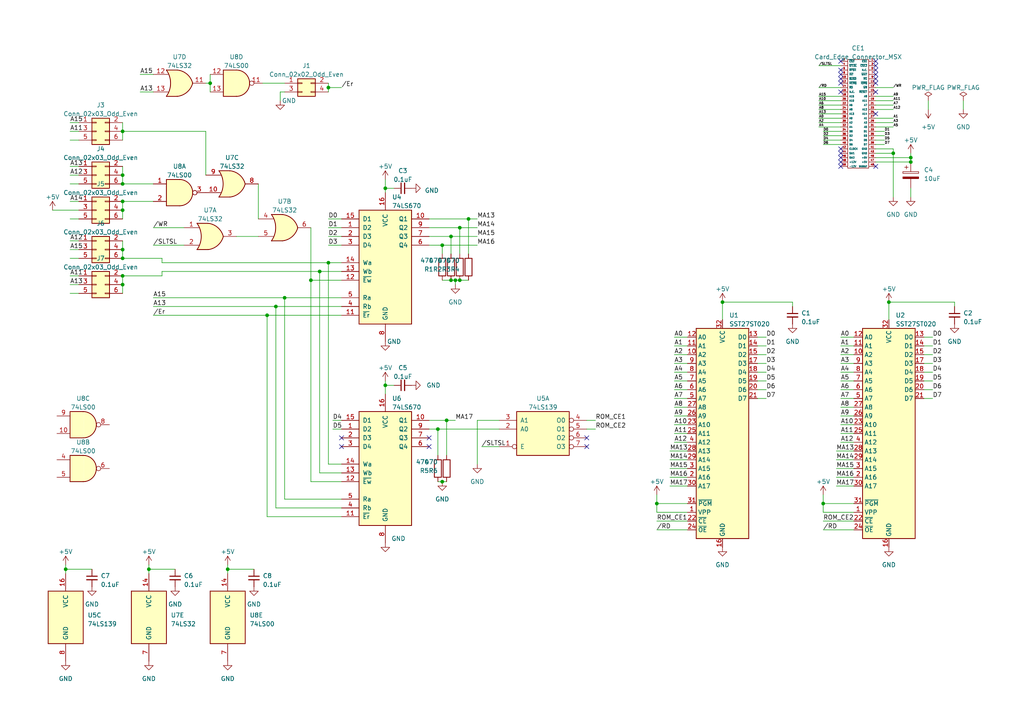
<source format=kicad_sch>
(kicad_sch (version 20230121) (generator eeschema)
  (paper "A4")
  (title_block (title "4M Mega Rom Card (ASCII 8k / Konami 8k type)") (date "2023-04-12") (rev "1.5") (company "SEC") (comment 1 "Designed by supers02 착한영구"))
  (lib_symbols
    (symbol "74xx:74LS00" (pin_names (offset 1.016))
      (property "Reference" "U" (at 0 1.27 0))
      (property "Value" "74LS00" (at 0 -1.27 0))
      (symbol "74LS00_1_1"
        (pin input line (at -7.62 2.54 0) (length 3.81) (name "~") (number "1"))
        (pin input line (at -7.62 -2.54 0) (length 3.81) (name "~") (number "2"))
        (pin output inverted (at 7.62 0 180) (length 3.81) (name "~") (number "3"))
      )
      (symbol "74LS00_1_2"
        (pin input inverted (at -7.62 2.54 0) (length 4.318) (name "~") (number "1"))
        (pin input inverted (at -7.62 -2.54 0) (length 4.318) (name "~") (number "2"))
        (pin output line (at 7.62 0 180) (length 3.81) (name "~") (number "3"))
      )
      (symbol "74LS00_2_1"
        (pin input line (at -7.62 2.54 0) (length 3.81) (name "~") (number "4"))
        (pin input line (at -7.62 -2.54 0) (length 3.81) (name "~") (number "5"))
        (pin output inverted (at 7.62 0 180) (length 3.81) (name "~") (number "6"))
      )
      (symbol "74LS00_2_2"
        (pin input inverted (at -7.62 2.54 0) (length 4.318) (name "~") (number "4"))
        (pin input inverted (at -7.62 -2.54 0) (length 4.318) (name "~") (number "5"))
        (pin output line (at 7.62 0 180) (length 3.81) (name "~") (number "6"))
      )
      (symbol "74LS00_3_1"
        (pin input line (at -7.62 -2.54 0) (length 3.81) (name "~") (number "10"))
        (pin output inverted (at 7.62 0 180) (length 3.81) (name "~") (number "8"))
        (pin input line (at -7.62 2.54 0) (length 3.81) (name "~") (number "9"))
      )
      (symbol "74LS00_3_2"
        (pin input inverted (at -7.62 -2.54 0) (length 4.318) (name "~") (number "10"))
        (pin output line (at 7.62 0 180) (length 3.81) (name "~") (number "8"))
        (pin input inverted (at -7.62 2.54 0) (length 4.318) (name "~") (number "9"))
      )
      (symbol "74LS00_4_1"
        (pin output inverted (at 7.62 0 180) (length 3.81) (name "~") (number "11"))
        (pin input line (at -7.62 2.54 0) (length 3.81) (name "~") (number "12"))
        (pin input line (at -7.62 -2.54 0) (length 3.81) (name "~") (number "13"))
      )
      (symbol "74LS00_4_2"
        (pin output line (at 7.62 0 180) (length 3.81) (name "~") (number "11"))
        (pin input inverted (at -7.62 2.54 0) (length 4.318) (name "~") (number "12"))
        (pin input inverted (at -7.62 -2.54 0) (length 4.318) (name "~") (number "13"))
      )
      (symbol "74LS00_5_0"
        (pin power_in line (at 0 12.7 270) (length 5.08) (name "VCC") (number "14"))
        (pin power_in line (at 0 -12.7 90) (length 5.08) (name "GND") (number "7"))
      )
    )
    (symbol "74xx:74LS139" (pin_names (offset 1.016))
      (property "Reference" "U" (at -7.62 8.89 0))
      (property "Value" "74LS139" (at -7.62 -8.89 0))
      (symbol "74LS139_1_0"
        (pin input inverted (at -12.7 -5.08 0) (length 5.08) (name "E") (number "1"))
        (pin input line (at -12.7 0 0) (length 5.08) (name "A0") (number "2"))
        (pin input line (at -12.7 2.54 0) (length 5.08) (name "A1") (number "3"))
        (pin output inverted (at 12.7 2.54 180) (length 5.08) (name "O0") (number "4"))
        (pin output inverted (at 12.7 0 180) (length 5.08) (name "O1") (number "5"))
        (pin output inverted (at 12.7 -2.54 180) (length 5.08) (name "O2") (number "6"))
        (pin output inverted (at 12.7 -5.08 180) (length 5.08) (name "O3") (number "7"))
      )
      (symbol "74LS139_2_0"
        (pin output inverted (at 12.7 -2.54 180) (length 5.08) (name "O2") (number "10"))
        (pin output inverted (at 12.7 0 180) (length 5.08) (name "O1") (number "11"))
        (pin output inverted (at 12.7 2.54 180) (length 5.08) (name "O0") (number "12"))
        (pin input line (at -12.7 2.54 0) (length 5.08) (name "A1") (number "13"))
        (pin input line (at -12.7 0 0) (length 5.08) (name "A0") (number "14"))
        (pin input inverted (at -12.7 -5.08 0) (length 5.08) (name "E") (number "15"))
        (pin output inverted (at 12.7 -5.08 180) (length 5.08) (name "O3") (number "9"))
      )
      (symbol "74LS139_3_0"
        (pin power_in line (at 0 12.7 270) (length 5.08) (name "VCC") (number "16"))
        (pin power_in line (at 0 -12.7 90) (length 5.08) (name "GND") (number "8"))
      )
    )
    (symbol "74xx:74LS32" (pin_names (offset 1.016))
      (property "Reference" "U" (at 0 1.27 0))
      (property "Value" "74LS32" (at 0 -1.27 0))
      (symbol "74LS32_1_1"
        (pin input line (at -7.62 2.54 0) (length 4.318) (name "~") (number "1"))
        (pin input line (at -7.62 -2.54 0) (length 4.318) (name "~") (number "2"))
        (pin output line (at 7.62 0 180) (length 3.81) (name "~") (number "3"))
      )
      (symbol "74LS32_1_2"
        (pin input inverted (at -7.62 2.54 0) (length 3.81) (name "~") (number "1"))
        (pin input inverted (at -7.62 -2.54 0) (length 3.81) (name "~") (number "2"))
        (pin output inverted (at 7.62 0 180) (length 3.81) (name "~") (number "3"))
      )
      (symbol "74LS32_2_1"
        (pin input line (at -7.62 2.54 0) (length 4.318) (name "~") (number "4"))
        (pin input line (at -7.62 -2.54 0) (length 4.318) (name "~") (number "5"))
        (pin output line (at 7.62 0 180) (length 3.81) (name "~") (number "6"))
      )
      (symbol "74LS32_2_2"
        (pin input inverted (at -7.62 2.54 0) (length 3.81) (name "~") (number "4"))
        (pin input inverted (at -7.62 -2.54 0) (length 3.81) (name "~") (number "5"))
        (pin output inverted (at 7.62 0 180) (length 3.81) (name "~") (number "6"))
      )
      (symbol "74LS32_3_1"
        (pin input line (at -7.62 -2.54 0) (length 4.318) (name "~") (number "10"))
        (pin output line (at 7.62 0 180) (length 3.81) (name "~") (number "8"))
        (pin input line (at -7.62 2.54 0) (length 4.318) (name "~") (number "9"))
      )
      (symbol "74LS32_3_2"
        (pin input inverted (at -7.62 -2.54 0) (length 3.81) (name "~") (number "10"))
        (pin output inverted (at 7.62 0 180) (length 3.81) (name "~") (number "8"))
        (pin input inverted (at -7.62 2.54 0) (length 3.81) (name "~") (number "9"))
      )
      (symbol "74LS32_4_1"
        (pin output line (at 7.62 0 180) (length 3.81) (name "~") (number "11"))
        (pin input line (at -7.62 2.54 0) (length 4.318) (name "~") (number "12"))
        (pin input line (at -7.62 -2.54 0) (length 4.318) (name "~") (number "13"))
      )
      (symbol "74LS32_4_2"
        (pin output inverted (at 7.62 0 180) (length 3.81) (name "~") (number "11"))
        (pin input inverted (at -7.62 2.54 0) (length 3.81) (name "~") (number "12"))
        (pin input inverted (at -7.62 -2.54 0) (length 3.81) (name "~") (number "13"))
      )
      (symbol "74LS32_5_0"
        (pin power_in line (at 0 12.7 270) (length 5.08) (name "VCC") (number "14"))
        (pin power_in line (at 0 -12.7 90) (length 5.08) (name "GND") (number "7"))
      )
    )
    (symbol "74xx:74LS670" (pin_names (offset 1.016))
      (property "Reference" "U" (at -7.62 16.51 0))
      (property "Value" "74LS670" (at -7.62 -19.05 0))
      (symbol "74LS670_1_0"
        (pin input line (at -12.7 10.16 0) (length 5.08) (name "D2") (number "1"))
        (pin tri_state line (at 12.7 12.7 180) (length 5.08) (name "Q1") (number "10"))
        (pin input line (at -12.7 -15.24 0) (length 5.08) (name "~{Er}") (number "11"))
        (pin input line (at -12.7 -5.08 0) (length 5.08) (name "~{Ew}") (number "12"))
        (pin input line (at -12.7 -2.54 0) (length 5.08) (name "Wb") (number "13"))
        (pin input line (at -12.7 0 0) (length 5.08) (name "Wa") (number "14"))
        (pin input line (at -12.7 12.7 0) (length 5.08) (name "D1") (number "15"))
        (pin power_in line (at 0 20.32 270) (length 5.08) (name "VCC") (number "16"))
        (pin input line (at -12.7 7.62 0) (length 5.08) (name "D3") (number "2"))
        (pin input line (at -12.7 5.08 0) (length 5.08) (name "D4") (number "3"))
        (pin input line (at -12.7 -12.7 0) (length 5.08) (name "Rb") (number "4"))
        (pin input line (at -12.7 -10.16 0) (length 5.08) (name "Ra") (number "5"))
        (pin tri_state line (at 12.7 5.08 180) (length 5.08) (name "Q4") (number "6"))
        (pin tri_state line (at 12.7 7.62 180) (length 5.08) (name "Q3") (number "7"))
        (pin power_in line (at 0 -22.86 90) (length 5.08) (name "GND") (number "8"))
        (pin tri_state line (at 12.7 10.16 180) (length 5.08) (name "Q2") (number "9"))
      )
    )
    (symbol "Connector_Generic:Conn_02x02_Odd_Even" (pin_names (offset 1.016) hide)
      (property "Reference" "J" (at 1.27 2.54 0))
      (property "Value" "Conn_02x02_Odd_Even" (at 1.27 -5.08 0))
      (symbol "Conn_02x02_Odd_Even_1_1"
        (pin passive line (at -5.08 0 0) (length 3.81) (name "Pin_1") (number "1"))
        (pin passive line (at 7.62 0 180) (length 3.81) (name "Pin_2") (number "2"))
        (pin passive line (at -5.08 -2.54 0) (length 3.81) (name "Pin_3") (number "3"))
        (pin passive line (at 7.62 -2.54 180) (length 3.81) (name "Pin_4") (number "4"))
      )
    )
    (symbol "Connector_Generic:Conn_02x03_Odd_Even" (pin_names (offset 1.016) hide)
      (property "Reference" "J" (at 1.27 5.08 0))
      (property "Value" "Conn_02x03_Odd_Even" (at 1.27 -5.08 0))
      (symbol "Conn_02x03_Odd_Even_1_1"
        (pin passive line (at -5.08 2.54 0) (length 3.81) (name "Pin_1") (number "1"))
        (pin passive line (at 7.62 2.54 180) (length 3.81) (name "Pin_2") (number "2"))
        (pin passive line (at -5.08 0 0) (length 3.81) (name "Pin_3") (number "3"))
        (pin passive line (at 7.62 0 180) (length 3.81) (name "Pin_4") (number "4"))
        (pin passive line (at -5.08 -2.54 0) (length 3.81) (name "Pin_5") (number "5"))
        (pin passive line (at 7.62 -2.54 180) (length 3.81) (name "Pin_6") (number "6"))
      )
    )
    (symbol "Device:C_Polarized" (pin_numbers hide) (pin_names (offset 0.254))
      (property "Reference" "C" (at 0.635 2.54 0))
      (property "Value" "C_Polarized" (at 0.635 -2.54 0))
      (symbol "C_Polarized_1_1"
        (pin passive line (at 0 3.81 270) (length 2.794) (name "~") (number "1"))
        (pin passive line (at 0 -3.81 90) (length 2.794) (name "~") (number "2"))
      )
    )
    (symbol "Device:C_Small" (pin_numbers hide) (pin_names (offset 0.254) hide)
      (property "Reference" "C" (at 0.254 1.778 0))
      (property "Value" "C_Small" (at 0.254 -2.032 0))
      (symbol "C_Small_1_1"
        (pin passive line (at 0 2.54 270) (length 2.032) (name "~") (number "1"))
        (pin passive line (at 0 -2.54 90) (length 2.032) (name "~") (number "2"))
      )
    )
    (symbol "Device:R" (pin_numbers hide) (pin_names (offset 0))
      (property "Reference" "R" (at 2.032 0 90))
      (property "Value" "R" (at 0 0 90))
      (symbol "R_1_1"
        (pin passive line (at 0 3.81 270) (length 1.27) (name "~") (number "1"))
        (pin passive line (at 0 -3.81 90) (length 1.27) (name "~") (number "2"))
      )
    )
    (symbol "Memory_Flash_Custom:SST27ST020"
      (property "Reference" "U" (at -7.62 31.75 0))
      (property "Value" "SST27ST020" (at 2.54 -31.75 0))
      (symbol "SST27ST020_1_1"
        (pin input line (at -10.16 -22.86 0) (length 2.54) (name "VPP") (number "1"))
        (pin input line (at -10.16 22.86 0) (length 2.54) (name "A2") (number "10"))
        (pin input line (at -10.16 25.4 0) (length 2.54) (name "A1") (number "11"))
        (pin input line (at -10.16 27.94 0) (length 2.54) (name "A0") (number "12"))
        (pin tri_state line (at 10.16 27.94 180) (length 2.54) (name "D0") (number "13"))
        (pin tri_state line (at 10.16 25.4 180) (length 2.54) (name "D1") (number "14"))
        (pin tri_state line (at 10.16 22.86 180) (length 2.54) (name "D2") (number "15"))
        (pin power_in line (at 0 -33.02 90) (length 2.54) (name "GND") (number "16"))
        (pin tri_state line (at 10.16 20.32 180) (length 2.54) (name "D3") (number "17"))
        (pin tri_state line (at 10.16 17.78 180) (length 2.54) (name "D4") (number "18"))
        (pin tri_state line (at 10.16 15.24 180) (length 2.54) (name "D5") (number "19"))
        (pin input line (at -10.16 -12.7 0) (length 2.54) (name "A16") (number "2"))
        (pin tri_state line (at 10.16 12.7 180) (length 2.54) (name "D6") (number "20"))
        (pin tri_state line (at 10.16 10.16 180) (length 2.54) (name "D7") (number "21"))
        (pin input line (at -10.16 -25.4 0) (length 2.54) (name "~{CE}") (number "22"))
        (pin input line (at -10.16 2.54 0) (length 2.54) (name "A10") (number "23"))
        (pin input line (at -10.16 -27.94 0) (length 2.54) (name "~{OE}") (number "24"))
        (pin input line (at -10.16 0 0) (length 2.54) (name "A11") (number "25"))
        (pin input line (at -10.16 5.08 0) (length 2.54) (name "A9") (number "26"))
        (pin input line (at -10.16 7.62 0) (length 2.54) (name "A8") (number "27"))
        (pin input line (at -10.16 -5.08 0) (length 2.54) (name "A13") (number "28"))
        (pin input line (at -10.16 -7.62 0) (length 2.54) (name "A14") (number "29"))
        (pin input line (at -10.16 -10.16 0) (length 2.54) (name "A15") (number "3"))
        (pin input line (at -10.16 -15.24 0) (length 2.54) (name "A17") (number "30"))
        (pin input line (at -10.16 -20.32 0) (length 2.54) (name "~{PGM}") (number "31"))
        (pin power_in line (at 0 33.02 270) (length 2.54) (name "VCC") (number "32"))
        (pin input line (at -10.16 -2.54 0) (length 2.54) (name "A12") (number "4"))
        (pin input line (at -10.16 10.16 0) (length 2.54) (name "A7") (number "5"))
        (pin input line (at -10.16 12.7 0) (length 2.54) (name "A6") (number "6"))
        (pin input line (at -10.16 15.24 0) (length 2.54) (name "A5") (number "7"))
        (pin input line (at -10.16 17.78 0) (length 2.54) (name "A4") (number "8"))
        (pin input line (at -10.16 20.32 0) (length 2.54) (name "A3") (number "9"))
      )
    )
    (symbol "card_edge_connector_msx:Card_Edge_Connector_MSX" (pin_names (offset 0.381))
      (property "Reference" "CE" (at 0 20.32 0))
      (property "Value" "Card_Edge_Connector_MSX" (at 0 -15.24 0))
      (symbol "Card_Edge_Connector_MSX_1_1"
        (pin unspecified line (at 5.08 17.78 180) (length 2.0066) (name "~{CS1}") (number "1"))
        (pin unspecified line (at -5.08 12.7 0) (length 2.0066) (name "~{BUSD}") (number "10"))
        (pin input line (at 5.08 11.43 180) (length 2.0066) (name "~{IORQ}") (number "11"))
        (pin unspecified line (at -5.08 11.43 0) (length 2.0066) (name "~{MERQ}") (number "12"))
        (pin output line (at 5.08 10.16 180) (length 2.0066) (name "~{WR}") (number "13"))
        (pin output line (at -5.08 10.16 0) (length 2.0066) (name "~{RD}") (number "14"))
        (pin input line (at 5.08 8.89 180) (length 2.0066) (name "~{RESET}") (number "15"))
        (pin unspecified line (at -5.08 8.89 0) (length 2.0066) (name "N.C.") (number "16"))
        (pin output line (at 5.08 7.62 180) (length 2.0066) (name "A9") (number "17"))
        (pin output line (at -5.08 7.62 0) (length 2.0066) (name "A15") (number "18"))
        (pin output line (at 5.08 6.35 180) (length 2.0066) (name "A11") (number "19"))
        (pin unspecified line (at -5.08 17.78 0) (length 2.0066) (name "~{CS2}") (number "2"))
        (pin output line (at -5.08 6.35 0) (length 2.0066) (name "A10") (number "20"))
        (pin output line (at 5.08 5.08 180) (length 2.0066) (name "A7") (number "21"))
        (pin output line (at -5.08 5.08 0) (length 2.0066) (name "A6") (number "22"))
        (pin output line (at 5.08 3.81 180) (length 2.0066) (name "A12") (number "23"))
        (pin output line (at -5.08 3.81 0) (length 2.0066) (name "A8") (number "24"))
        (pin output line (at 5.08 2.54 180) (length 2.0066) (name "A14") (number "25"))
        (pin output line (at -5.08 2.54 0) (length 2.0066) (name "A13") (number "26"))
        (pin output line (at 5.08 1.27 180) (length 2.0066) (name "A1") (number "27"))
        (pin output line (at -5.08 1.27 0) (length 2.0066) (name "A0") (number "28"))
        (pin output line (at 5.08 0 180) (length 2.0066) (name "A3") (number "29"))
        (pin unspecified line (at 5.08 16.51 180) (length 2.0066) (name "~{CS12}") (number "3"))
        (pin output line (at -5.08 0 0) (length 2.0066) (name "A2") (number "30"))
        (pin output line (at 5.08 -1.27 180) (length 2.0066) (name "A5") (number "31"))
        (pin output line (at -5.08 -1.27 0) (length 2.0066) (name "A4") (number "32"))
        (pin bidirectional line (at 5.08 -2.54 180) (length 2.0066) (name "D1") (number "33"))
        (pin bidirectional line (at -5.08 -2.54 0) (length 2.0066) (name "D0") (number "34"))
        (pin bidirectional line (at 5.08 -3.81 180) (length 2.0066) (name "D3") (number "35"))
        (pin bidirectional line (at -5.08 -3.81 0) (length 2.0066) (name "D2") (number "36"))
        (pin bidirectional line (at 5.08 -5.08 180) (length 2.0066) (name "D5") (number "37"))
        (pin bidirectional line (at -5.08 -5.08 0) (length 2.0066) (name "D4") (number "38"))
        (pin bidirectional line (at 5.08 -6.35 180) (length 2.0066) (name "D7") (number "39"))
        (pin output line (at -5.08 16.51 0) (length 2.0066) (name "~{STLSL}") (number "4"))
        (pin bidirectional line (at -5.08 -6.35 0) (length 2.0066) (name "D6") (number "40"))
        (pin power_in line (at 5.08 -7.62 180) (length 2.0066) (name "GND") (number "41"))
        (pin unspecified line (at -5.08 -7.62 0) (length 2.0066) (name "CLOCK") (number "42"))
        (pin power_in line (at 5.08 -8.89 180) (length 2.0066) (name "GND") (number "43"))
        (pin unspecified line (at -5.08 -8.89 0) (length 2.0066) (name "SW1") (number "44"))
        (pin power_in line (at 5.08 -10.16 180) (length 2.0066) (name "+5V") (number "45"))
        (pin unspecified line (at -5.08 -10.16 0) (length 2.0066) (name "SW2") (number "46"))
        (pin power_in line (at 5.08 -11.43 180) (length 2.0066) (name "+5V") (number "47"))
        (pin unspecified line (at -5.08 -11.43 0) (length 2.0066) (name "+12V") (number "48"))
        (pin unspecified line (at 5.08 -12.7 180) (length 2.0066) (name "SNDOUT") (number "49"))
        (pin unspecified line (at 5.08 15.24 180) (length 2.0066) (name "N.C.") (number "5"))
        (pin unspecified line (at -5.08 -12.7 0) (length 2.0066) (name "-12V") (number "50"))
        (pin unspecified line (at -5.08 15.24 0) (length 2.0066) (name "~{RFSH}") (number "6"))
        (pin unspecified line (at 5.08 13.97 180) (length 2.0066) (name "~{WAIT}") (number "7"))
        (pin input line (at -5.08 13.97 0) (length 2.0066) (name "~{INT}") (number "8"))
        (pin unspecified line (at 5.08 12.7 180) (length 2.0066) (name "~{M1}") (number "9"))
      )
    )
    (symbol "power:+5V" (power) (pin_names (offset 0))
      (property "Value" "+5V" (at 0 3.556 0))
      (symbol "+5V_1_1"
        (pin power_in line (at 0 0 90) (length 0) hide (name "+5V") (number "1"))
      )
    )
    (symbol "power:GND" (power) (pin_names (offset 0))
      (property "Value" "GND" (at 0 -3.81 0))
      (symbol "GND_1_1"
        (pin power_in line (at 0 0 270) (length 0) hide (name "GND") (number "1"))
      )
    )
    (symbol "power:PWR_FLAG" (power) (pin_numbers hide) (pin_names (offset 0) hide)
      (property "Value" "PWR_FLAG" (at 0 3.81 0))
      (symbol "PWR_FLAG_0_0"
        (pin power_out line (at 0 0 90) (length 0) (name "pwr") (number "1"))
      )
    )
  )
  (junction (at 130.81 81.28))
  (junction (at 35.56 53.34))
  (junction (at 209.55 87.63))
  (junction (at 129.54 121.92))
  (junction (at 95.25 25.4))
  (junction (at 111.76 54.61))
  (junction (at 80.01 88.9))
  (junction (at 264.16 45.72))
  (junction (at 132.08 81.28))
  (junction (at 35.56 58.42))
  (junction (at 135.89 63.5))
  (junction (at 43.18 165.1))
  (junction (at 264.16 46.99))
  (junction (at 35.56 50.8))
  (junction (at 111.76 111.76))
  (junction (at 257.81 87.63))
  (junction (at 66.04 165.1))
  (junction (at 60.96 24.13))
  (junction (at 35.56 80.01))
  (junction (at 128.27 139.7))
  (junction (at 35.56 74.93))
  (junction (at 238.76 146.05))
  (junction (at 19.05 165.1))
  (junction (at 259.08 44.45))
  (junction (at 133.35 66.04))
  (junction (at 128.27 71.12))
  (junction (at 90.17 81.28))
  (junction (at 95.25 76.2))
  (junction (at 127 124.46))
  (junction (at 92.71 78.74))
  (junction (at 35.56 82.55))
  (junction (at 77.47 91.44))
  (junction (at 35.56 60.96))
  (junction (at 82.55 86.36))
  (junction (at 130.81 68.58))
  (junction (at 190.5 146.05))
  (junction (at 133.35 81.28))
  (junction (at 35.56 72.39))
  (junction (at 35.56 38.1))
  (no_connect (at 243.84 46.99))
  (no_connect (at 243.84 24.13))
  (no_connect (at 243.84 44.45))
  (no_connect (at 243.84 20.32))
  (no_connect (at 243.84 17.78))
  (no_connect (at 170.18 127))
  (no_connect (at 254 22.86))
  (no_connect (at 170.18 129.54))
  (no_connect (at 254 33.02))
  (no_connect (at 243.84 45.72))
  (no_connect (at 254 26.67))
  (no_connect (at 254 20.32))
  (no_connect (at 254 17.78))
  (no_connect (at 243.84 21.59))
  (no_connect (at 124.46 129.54))
  (no_connect (at 254 19.05))
  (no_connect (at 254 48.26))
  (no_connect (at 243.84 48.26))
  (no_connect (at 243.84 26.67))
  (no_connect (at 99.06 127))
  (no_connect (at 99.06 129.54))
  (no_connect (at 124.46 127))
  (no_connect (at 243.84 22.86))
  (no_connect (at 243.84 43.18))
  (no_connect (at 254 21.59))
  (no_connect (at 254 24.13))
  (wire (pts (xy 135.89 63.5) (xy 138.43 63.5)))
  (wire (pts (xy 269.24 29.21) (xy 269.24 31.75)))
  (wire (pts (xy 194.31 140.97) (xy 199.39 140.97)))
  (wire (pts (xy 128.27 139.7) (xy 129.54 139.7)))
  (wire (pts (xy 242.57 140.97) (xy 247.65 140.97)))
  (wire (pts (xy 99.06 134.62) (xy 95.25 134.62)))
  (wire (pts (xy 46.99 80.01) (xy 46.99 78.74)))
  (wire (pts (xy 279.4 29.21) (xy 279.4 31.75)))
  (wire (pts (xy 254 45.72) (xy 264.16 45.72)))
  (wire (pts (xy 20.32 85.09) (xy 22.86 85.09)))
  (wire (pts (xy 238.76 38.1) (xy 243.84 38.1)))
  (wire (pts (xy 44.45 91.44) (xy 77.47 91.44)))
  (wire (pts (xy 124.46 124.46) (xy 127 124.46)))
  (wire (pts (xy 59.69 50.8) (xy 59.69 38.1)))
  (wire (pts (xy 238.76 153.67) (xy 247.65 153.67)))
  (wire (pts (xy 222.25 97.79) (xy 219.71 97.79)))
  (wire (pts (xy 35.56 58.42) (xy 35.56 60.96)))
  (wire (pts (xy 111.76 52.07) (xy 111.76 54.61)))
  (wire (pts (xy 259.08 31.75) (xy 254 31.75)))
  (wire (pts (xy 243.84 118.11) (xy 247.65 118.11)))
  (wire (pts (xy 44.45 88.9) (xy 80.01 88.9)))
  (wire (pts (xy 195.58 128.27) (xy 199.39 128.27)))
  (wire (pts (xy 133.35 66.04) (xy 138.43 66.04)))
  (wire (pts (xy 132.08 121.92) (xy 129.54 121.92)))
  (wire (pts (xy 254 39.37) (xy 256.54 39.37)))
  (wire (pts (xy 243.84 97.79) (xy 247.65 97.79)))
  (wire (pts (xy 247.65 148.59) (xy 238.76 148.59)))
  (wire (pts (xy 195.58 123.19) (xy 199.39 123.19)))
  (wire (pts (xy 128.27 81.28) (xy 130.81 81.28)))
  (wire (pts (xy 20.32 53.34) (xy 22.86 53.34)))
  (wire (pts (xy 270.51 105.41) (xy 267.97 105.41)))
  (wire (pts (xy 238.76 146.05) (xy 247.65 146.05)))
  (wire (pts (xy 20.32 35.56) (xy 22.86 35.56)))
  (wire (pts (xy 237.49 35.56) (xy 243.84 35.56)))
  (wire (pts (xy 138.43 121.92) (xy 138.43 134.62)))
  (wire (pts (xy 124.46 71.12) (xy 128.27 71.12)))
  (wire (pts (xy 90.17 81.28) (xy 99.06 81.28)))
  (wire (pts (xy 219.71 107.95) (xy 222.25 107.95)))
  (wire (pts (xy 133.35 66.04) (xy 133.35 73.66)))
  (wire (pts (xy 254 46.99) (xy 264.16 46.99)))
  (wire (pts (xy 238.76 39.37) (xy 243.84 39.37)))
  (wire (pts (xy 257.81 87.63) (xy 257.81 92.71)))
  (wire (pts (xy 96.52 124.46) (xy 99.06 124.46)))
  (wire (pts (xy 129.54 121.92) (xy 124.46 121.92)))
  (wire (pts (xy 92.71 78.74) (xy 99.06 78.74)))
  (wire (pts (xy 254 38.1) (xy 256.54 38.1)))
  (wire (pts (xy 20.32 40.64) (xy 22.86 40.64)))
  (wire (pts (xy 190.5 151.13) (xy 199.39 151.13)))
  (wire (pts (xy 60.96 21.59) (xy 60.96 24.13)))
  (wire (pts (xy 43.18 165.1) (xy 43.18 166.37)))
  (wire (pts (xy 127 124.46) (xy 127 132.08)))
  (wire (pts (xy 19.05 163.83) (xy 19.05 165.1)))
  (wire (pts (xy 267.97 110.49) (xy 270.51 110.49)))
  (wire (pts (xy 259.08 27.94) (xy 254 27.94)))
  (wire (pts (xy 242.57 133.35) (xy 247.65 133.35)))
  (wire (pts (xy 242.57 138.43) (xy 247.65 138.43)))
  (wire (pts (xy 194.31 135.89) (xy 199.39 135.89)))
  (wire (pts (xy 35.56 69.85) (xy 35.56 72.39)))
  (wire (pts (xy 92.71 137.16) (xy 99.06 137.16)))
  (wire (pts (xy 46.99 74.93) (xy 46.99 76.2)))
  (wire (pts (xy 111.76 111.76) (xy 111.76 114.3)))
  (wire (pts (xy 194.31 138.43) (xy 199.39 138.43)))
  (wire (pts (xy 19.05 165.1) (xy 19.05 166.37)))
  (wire (pts (xy 222.25 105.41) (xy 219.71 105.41)))
  (wire (pts (xy 127 139.7) (xy 128.27 139.7)))
  (wire (pts (xy 243.84 125.73) (xy 247.65 125.73)))
  (wire (pts (xy 20.32 58.42) (xy 22.86 58.42)))
  (wire (pts (xy 111.76 110.49) (xy 111.76 111.76)))
  (wire (pts (xy 222.25 113.03) (xy 219.71 113.03)))
  (wire (pts (xy 132.08 81.28) (xy 132.08 82.55)))
  (wire (pts (xy 190.5 143.51) (xy 190.5 146.05)))
  (wire (pts (xy 243.84 120.65) (xy 247.65 120.65)))
  (wire (pts (xy 130.81 68.58) (xy 138.43 68.58)))
  (wire (pts (xy 20.32 74.93) (xy 22.86 74.93)))
  (wire (pts (xy 35.56 72.39) (xy 35.56 74.93)))
  (wire (pts (xy 95.25 134.62) (xy 95.25 76.2)))
  (wire (pts (xy 35.56 38.1) (xy 35.56 40.64)))
  (wire (pts (xy 254 34.29) (xy 259.08 34.29)))
  (wire (pts (xy 95.25 66.04) (xy 99.06 66.04)))
  (wire (pts (xy 46.99 78.74) (xy 92.71 78.74)))
  (wire (pts (xy 96.52 121.92) (xy 99.06 121.92)))
  (wire (pts (xy 111.76 54.61) (xy 111.76 55.88)))
  (wire (pts (xy 95.25 76.2) (xy 99.06 76.2)))
  (wire (pts (xy 20.32 48.26) (xy 22.86 48.26)))
  (wire (pts (xy 267.97 102.87) (xy 270.51 102.87)))
  (wire (pts (xy 242.57 135.89) (xy 247.65 135.89)))
  (wire (pts (xy 128.27 71.12) (xy 138.43 71.12)))
  (wire (pts (xy 90.17 81.28) (xy 90.17 139.7)))
  (wire (pts (xy 20.32 72.39) (xy 22.86 72.39)))
  (wire (pts (xy 35.56 38.1) (xy 59.69 38.1)))
  (wire (pts (xy 95.25 25.4) (xy 95.25 26.67)))
  (wire (pts (xy 264.16 54.61) (xy 264.16 57.15)))
  (wire (pts (xy 135.89 63.5) (xy 135.89 73.66)))
  (wire (pts (xy 132.08 81.28) (xy 133.35 81.28)))
  (wire (pts (xy 80.01 88.9) (xy 99.06 88.9)))
  (wire (pts (xy 60.96 24.13) (xy 59.69 24.13)))
  (wire (pts (xy 35.56 53.34) (xy 44.45 53.34)))
  (wire (pts (xy 20.32 63.5) (xy 22.86 63.5)))
  (wire (pts (xy 264.16 45.72) (xy 264.16 44.45)))
  (wire (pts (xy 237.49 27.94) (xy 243.84 27.94)))
  (wire (pts (xy 238.76 151.13) (xy 247.65 151.13)))
  (wire (pts (xy 95.25 68.58) (xy 99.06 68.58)))
  (wire (pts (xy 77.47 149.86) (xy 99.06 149.86)))
  (wire (pts (xy 194.31 130.81) (xy 199.39 130.81)))
  (wire (pts (xy 92.71 78.74) (xy 92.71 137.16)))
  (wire (pts (xy 219.71 115.57) (xy 222.25 115.57)))
  (wire (pts (xy 237.49 33.02) (xy 243.84 33.02)))
  (wire (pts (xy 82.55 26.67) (xy 81.28 26.67)))
  (wire (pts (xy 77.47 91.44) (xy 77.47 149.86)))
  (wire (pts (xy 259.08 43.18) (xy 259.08 44.45)))
  (wire (pts (xy 195.58 118.11) (xy 199.39 118.11)))
  (wire (pts (xy 195.58 100.33) (xy 199.39 100.33)))
  (wire (pts (xy 259.08 44.45) (xy 259.08 57.15)))
  (wire (pts (xy 80.01 147.32) (xy 80.01 88.9)))
  (wire (pts (xy 95.25 24.13) (xy 95.25 25.4)))
  (wire (pts (xy 43.18 165.1) (xy 50.8 165.1)))
  (wire (pts (xy 138.43 121.92) (xy 144.78 121.92)))
  (wire (pts (xy 267.97 113.03) (xy 270.51 113.03)))
  (wire (pts (xy 35.56 58.42) (xy 44.45 58.42)))
  (wire (pts (xy 237.49 36.83) (xy 243.84 36.83)))
  (wire (pts (xy 267.97 100.33) (xy 270.51 100.33)))
  (wire (pts (xy 82.55 86.36) (xy 99.06 86.36)))
  (wire (pts (xy 190.5 146.05) (xy 199.39 146.05)))
  (wire (pts (xy 35.56 50.8) (xy 35.56 53.34)))
  (wire (pts (xy 35.56 60.96) (xy 35.56 63.5)))
  (wire (pts (xy 190.5 148.59) (xy 190.5 146.05)))
  (wire (pts (xy 190.5 153.67) (xy 199.39 153.67)))
  (wire (pts (xy 90.17 66.04) (xy 90.17 81.28)))
  (wire (pts (xy 35.56 35.56) (xy 35.56 38.1)))
  (wire (pts (xy 124.46 63.5) (xy 135.89 63.5)))
  (wire (pts (xy 254 41.91) (xy 256.54 41.91)))
  (wire (pts (xy 68.58 68.58) (xy 74.93 68.58)))
  (wire (pts (xy 130.81 68.58) (xy 130.81 73.66)))
  (wire (pts (xy 44.45 71.12) (xy 53.34 71.12)))
  (wire (pts (xy 195.58 105.41) (xy 199.39 105.41)))
  (wire (pts (xy 95.25 71.12) (xy 99.06 71.12)))
  (wire (pts (xy 60.96 24.13) (xy 60.96 26.67)))
  (wire (pts (xy 195.58 110.49) (xy 199.39 110.49)))
  (wire (pts (xy 20.32 69.85) (xy 22.86 69.85)))
  (wire (pts (xy 270.51 97.79) (xy 267.97 97.79)))
  (wire (pts (xy 237.49 34.29) (xy 243.84 34.29)))
  (wire (pts (xy 195.58 102.87) (xy 199.39 102.87)))
  (wire (pts (xy 19.05 165.1) (xy 26.67 165.1)))
  (wire (pts (xy 243.84 128.27) (xy 247.65 128.27)))
  (wire (pts (xy 237.49 31.75) (xy 243.84 31.75)))
  (wire (pts (xy 44.45 66.04) (xy 53.34 66.04)))
  (wire (pts (xy 20.32 50.8) (xy 22.86 50.8)))
  (wire (pts (xy 35.56 80.01) (xy 35.56 82.55)))
  (wire (pts (xy 66.04 166.37) (xy 66.04 165.1)))
  (wire (pts (xy 124.46 66.04) (xy 133.35 66.04)))
  (wire (pts (xy 139.7 129.54) (xy 144.78 129.54)))
  (wire (pts (xy 209.55 87.63) (xy 229.87 87.63)))
  (wire (pts (xy 95.25 25.4) (xy 99.06 25.4)))
  (wire (pts (xy 243.84 110.49) (xy 247.65 110.49)))
  (wire (pts (xy 15.24 60.96) (xy 22.86 60.96)))
  (wire (pts (xy 195.58 115.57) (xy 199.39 115.57)))
  (wire (pts (xy 257.81 87.63) (xy 276.86 87.63)))
  (wire (pts (xy 194.31 133.35) (xy 199.39 133.35)))
  (wire (pts (xy 124.46 68.58) (xy 130.81 68.58)))
  (wire (pts (xy 111.76 54.61) (xy 114.3 54.61)))
  (wire (pts (xy 35.56 82.55) (xy 35.56 85.09)))
  (wire (pts (xy 237.49 30.48) (xy 243.84 30.48)))
  (wire (pts (xy 264.16 46.99) (xy 264.16 45.72)))
  (wire (pts (xy 243.84 113.03) (xy 247.65 113.03)))
  (wire (pts (xy 195.58 107.95) (xy 199.39 107.95)))
  (wire (pts (xy 76.2 24.13) (xy 82.55 24.13)))
  (wire (pts (xy 243.84 115.57) (xy 247.65 115.57)))
  (wire (pts (xy 259.08 36.83) (xy 254 36.83)))
  (wire (pts (xy 259.08 29.21) (xy 254 29.21)))
  (wire (pts (xy 35.56 74.93) (xy 46.99 74.93)))
  (wire (pts (xy 238.76 40.64) (xy 243.84 40.64)))
  (wire (pts (xy 128.27 71.12) (xy 128.27 73.66)))
  (wire (pts (xy 254 40.64) (xy 256.54 40.64)))
  (wire (pts (xy 243.84 123.19) (xy 247.65 123.19)))
  (wire (pts (xy 74.93 53.34) (xy 74.93 63.5)))
  (wire (pts (xy 90.17 139.7) (xy 99.06 139.7)))
  (wire (pts (xy 40.64 21.59) (xy 44.45 21.59)))
  (wire (pts (xy 170.18 124.46) (xy 172.72 124.46)))
  (wire (pts (xy 243.84 100.33) (xy 247.65 100.33)))
  (wire (pts (xy 237.49 19.05) (xy 243.84 19.05)))
  (wire (pts (xy 35.56 48.26) (xy 35.56 50.8)))
  (wire (pts (xy 243.84 105.41) (xy 247.65 105.41)))
  (wire (pts (xy 219.71 110.49) (xy 222.25 110.49)))
  (wire (pts (xy 209.55 87.63) (xy 209.55 92.71)))
  (wire (pts (xy 111.76 111.76) (xy 114.3 111.76)))
  (wire (pts (xy 243.84 107.95) (xy 247.65 107.95)))
  (wire (pts (xy 195.58 113.03) (xy 199.39 113.03)))
  (wire (pts (xy 267.97 115.57) (xy 270.51 115.57)))
  (wire (pts (xy 254 44.45) (xy 259.08 44.45)))
  (wire (pts (xy 170.18 121.92) (xy 172.72 121.92)))
  (wire (pts (xy 46.99 76.2) (xy 95.25 76.2)))
  (wire (pts (xy 20.32 80.01) (xy 22.86 80.01)))
  (wire (pts (xy 238.76 143.51) (xy 238.76 146.05)))
  (wire (pts (xy 259.08 30.48) (xy 254 30.48)))
  (wire (pts (xy 66.04 165.1) (xy 66.04 163.83)))
  (wire (pts (xy 219.71 102.87) (xy 222.25 102.87)))
  (wire (pts (xy 254 43.18) (xy 259.08 43.18)))
  (wire (pts (xy 195.58 125.73) (xy 199.39 125.73)))
  (wire (pts (xy 237.49 25.4) (xy 243.84 25.4)))
  (wire (pts (xy 127 124.46) (xy 144.78 124.46)))
  (wire (pts (xy 238.76 148.59) (xy 238.76 146.05)))
  (wire (pts (xy 267.97 107.95) (xy 270.51 107.95)))
  (wire (pts (xy 99.06 144.78) (xy 82.55 144.78)))
  (wire (pts (xy 219.71 100.33) (xy 222.25 100.33)))
  (wire (pts (xy 133.35 81.28) (xy 135.89 81.28)))
  (wire (pts (xy 44.45 86.36) (xy 82.55 86.36)))
  (wire (pts (xy 229.87 88.9) (xy 229.87 87.63)))
  (wire (pts (xy 238.76 41.91) (xy 243.84 41.91)))
  (wire (pts (xy 129.54 121.92) (xy 129.54 132.08)))
  (wire (pts (xy 195.58 97.79) (xy 199.39 97.79)))
  (wire (pts (xy 43.18 163.83) (xy 43.18 165.1)))
  (wire (pts (xy 40.64 26.67) (xy 44.45 26.67)))
  (wire (pts (xy 237.49 29.21) (xy 243.84 29.21)))
  (wire (pts (xy 130.81 81.28) (xy 132.08 81.28)))
  (wire (pts (xy 99.06 91.44) (xy 77.47 91.44)))
  (wire (pts (xy 243.84 102.87) (xy 247.65 102.87)))
  (wire (pts (xy 20.32 38.1) (xy 22.86 38.1)))
  (wire (pts (xy 259.08 25.4) (xy 254 25.4)))
  (wire (pts (xy 81.28 26.67) (xy 81.28 29.21)))
  (wire (pts (xy 242.57 130.81) (xy 247.65 130.81)))
  (wire (pts (xy 99.06 147.32) (xy 80.01 147.32)))
  (wire (pts (xy 82.55 144.78) (xy 82.55 86.36)))
  (wire (pts (xy 276.86 88.9) (xy 276.86 87.63)))
  (wire (pts (xy 35.56 80.01) (xy 46.99 80.01)))
  (wire (pts (xy 259.08 35.56) (xy 254 35.56)))
  (wire (pts (xy 199.39 148.59) (xy 190.5 148.59)))
  (wire (pts (xy 95.25 63.5) (xy 99.06 63.5)))
  (wire (pts (xy 66.04 165.1) (xy 73.66 165.1)))
  (wire (pts (xy 195.58 120.65) (xy 199.39 120.65)))
  (wire (pts (xy 20.32 82.55) (xy 22.86 82.55)))
  (text "회로도 편집기" (at 142.24 96.52 0) (effects (font (size 1.27 1.27)) (justify left bottom)))
  (label "A9" (at 243.84 120.65 0))
  (label "D7" (at 270.51 115.57 0))
  (label "A5" (at 243.84 110.49 0))
  (label "D6" (at 238.76 41.91 0) (effects (font (size 0.7 0.7))))
  (label "A10" (at 243.84 123.19 0))
  (label "MA15" (at 138.43 68.58 0))
  (label "MA17" (at 132.08 121.92 0))
  (label "A8" (at 195.58 118.11 0))
  (label "A8" (at 243.84 118.11 0))
  (label "{slash}WR" (at 259.08 25.4 0) (effects (font (size 0.7 0.7))))
  (label "A13" (at 44.45 88.9 0))
  (label "{slash}SLTSL" (at 139.7 129.54 0))
  (label "D4" (at 222.25 107.95 0))
  (label "A9" (at 195.58 120.65 0))
  (label "A0" (at 237.49 34.29 0) (effects (font (size 0.7 0.7))))
  (label "MA13" (at 138.43 63.5 0))
  (label "A1" (at 195.58 100.33 0))
  (label "D2" (at 270.51 102.87 0))
  (label "D2" (at 238.76 39.37 0) (effects (font (size 0.7 0.7))))
  (label "D3" (at 95.25 71.12 0))
  (label "A2" (at 237.49 35.56 0) (effects (font (size 0.7 0.7))))
  (label "A3" (at 195.58 105.41 0))
  (label "A11" (at 20.32 38.1 0))
  (label "A4" (at 195.58 107.95 0))
  (label "A12" (at 195.58 128.27 0))
  (label "A11" (at 20.32 80.01 0))
  (label "A13" (at 40.64 26.67 0))
  (label "A10" (at 195.58 123.19 0))
  (label "A9" (at 259.08 27.94 0) (effects (font (size 0.7 0.7))))
  (label "D3" (at 270.51 105.41 0))
  (label "A3" (at 243.84 105.41 0))
  (label "A7" (at 259.08 30.48 0) (effects (font (size 0.7 0.7))))
  (label "D5" (at 222.25 110.49 0))
  (label "MA15" (at 242.57 135.89 0))
  (label "{slash}RD" (at 238.76 153.67 0))
  (label "{slash}RD" (at 237.49 25.4 0) (effects (font (size 0.7 0.7))))
  (label "{slash}SLTSL" (at 44.45 71.12 0))
  (label "A1" (at 243.84 100.33 0))
  (label "A15" (at 20.32 35.56 0))
  (label "{slash}Er" (at 99.06 25.4 0))
  (label "D0" (at 95.25 63.5 0))
  (label "MA16" (at 138.43 71.12 0))
  (label "A15" (at 20.32 72.39 0))
  (label "ROM_CE2" (at 238.76 151.13 0))
  (label "D0" (at 222.25 97.79 0))
  (label "D5" (at 270.51 110.49 0))
  (label "A13" (at 20.32 48.26 0))
  (label "A11" (at 243.84 125.73 0))
  (label "MA17" (at 242.57 140.97 0))
  (label "MA13" (at 242.57 130.81 0))
  (label "MA17" (at 194.31 140.97 0))
  (label "{slash}Er" (at 44.45 91.44 0))
  (label "MA13" (at 194.31 130.81 0))
  (label "{slash}SLTSL" (at 237.49 19.05 0) (effects (font (size 0.7 0.7))))
  (label "D1" (at 256.54 38.1 0) (effects (font (size 0.7 0.7))))
  (label "A12" (at 243.84 128.27 0))
  (label "ROM_CE2" (at 172.72 124.46 0))
  (label "A4" (at 237.49 36.83 0) (effects (font (size 0.7 0.7))))
  (label "A6" (at 243.84 113.03 0))
  (label "A12" (at 20.32 69.85 0))
  (label "D6" (at 222.25 113.03 0))
  (label "A2" (at 195.58 102.87 0))
  (label "MA16" (at 242.57 138.43 0))
  (label "A15" (at 44.45 86.36 0))
  (label "D0" (at 270.51 97.79 0))
  (label "D3" (at 256.54 39.37 0) (effects (font (size 0.7 0.7))))
  (label "D5" (at 256.54 40.64 0) (effects (font (size 0.7 0.7))))
  (label "A15" (at 237.49 27.94 0) (effects (font (size 0.7 0.7))))
  (label "A7" (at 195.58 115.57 0))
  (label "A12" (at 259.08 31.75 0) (effects (font (size 0.7 0.7))))
  (label "D5" (at 96.52 124.46 0))
  (label "D1" (at 95.25 66.04 0))
  (label "D2" (at 222.25 102.87 0))
  (label "A12" (at 20.32 50.8 0))
  (label "ROM_CE1" (at 190.5 151.13 0))
  (label "D3" (at 222.25 105.41 0))
  (label "D1" (at 270.51 100.33 0))
  (label "A7" (at 243.84 115.57 0))
  (label "A11" (at 195.58 125.73 0))
  (label "A13" (at 20.32 82.55 0))
  (label "A3" (at 259.08 35.56 0) (effects (font (size 0.7 0.7))))
  (label "A11" (at 259.08 29.21 0) (effects (font (size 0.7 0.7))))
  (label "D6" (at 270.51 113.03 0))
  (label "A5" (at 195.58 110.49 0))
  (label "A5" (at 259.08 36.83 0) (effects (font (size 0.7 0.7))))
  (label "D2" (at 95.25 68.58 0))
  (label "A6" (at 195.58 113.03 0))
  (label "A10" (at 237.49 29.21 0) (effects (font (size 0.7 0.7))))
  (label "D4" (at 96.52 121.92 0))
  (label "MA14" (at 194.31 133.35 0))
  (label "A4" (at 243.84 107.95 0))
  (label "MA14" (at 138.43 66.04 0))
  (label "A6" (at 237.49 30.48 0) (effects (font (size 0.7 0.7))))
  (label "{slash}RD" (at 190.5 153.67 0))
  (label "A0" (at 243.84 97.79 0))
  (label "D4" (at 270.51 107.95 0))
  (label "A1" (at 259.08 34.29 0) (effects (font (size 0.7 0.7))))
  (label "MA14" (at 242.57 133.35 0))
  (label "D4" (at 238.76 40.64 0) (effects (font (size 0.7 0.7))))
  (label "D7" (at 222.25 115.57 0))
  (label "A0" (at 195.58 97.79 0))
  (label "MA16" (at 194.31 138.43 0))
  (label "A2" (at 243.84 102.87 0))
  (label "ROM_CE1" (at 172.72 121.92 0))
  (label "A8" (at 237.49 31.75 0) (effects (font (size 0.7 0.7))))
  (label "MA15" (at 194.31 135.89 0))
  (label "D1" (at 222.25 100.33 0))
  (label "D7" (at 256.54 41.91 0) (effects (font (size 0.7 0.7))))
  (label "{slash}WR" (at 44.45 66.04 0))
  (label "A15" (at 40.64 21.59 0))
  (label "A14" (at 20.32 58.42 0))
  (label "D0" (at 238.76 38.1 0) (effects (font (size 0.7 0.7))))
  (label "A13" (at 237.49 33.02 0) (effects (font (size 0.7 0.7))))
  (symbol (lib_id "power:GND") (at 50.8 170.18 0) (unit 1)
    (property "Reference" "#PWR026" (effects hide))
    (property "Value" "GND" (at 50.8 175.26 0))
  )
  (symbol (lib_id "power:GND") (at 66.04 191.77 0) (unit 1)
    (property "Reference" "#PWR030" (effects hide))
    (property "Value" "GND" (at 66.04 196.85 0))
  )
  (symbol (lib_id "74xx:74LS32") (at 67.31 53.34 0) (unit 3)
    (property "Reference" "U7" (at 67.31 45.72 0))
    (property "Value" "74LS32" (at 67.31 48.26 0))
    (property "Datasheet" "http://www.ti.com/lit/gpn/sn74LS32" (effects hide))
  )
  (symbol (lib_id "power:GND") (at 257.81 158.75 0) (unit 1)
    (property "Reference" "#PWR016" (effects hide))
    (property "Value" "GND" (at 257.81 163.83 0))
  )
  (symbol (lib_id "power:GND") (at 276.86 93.98 0) (unit 1)
    (property "Reference" "#PWR04" (effects hide))
    (property "Value" "GND" (at 276.86 99.06 0))
  )
  (symbol (lib_id "74xx:74LS32") (at 52.07 24.13 0) (unit 4)
    (property "Reference" "U7" (at 52.07 16.51 0))
    (property "Value" "74LS32" (at 52.07 19.05 0))
    (property "Datasheet" "http://www.ti.com/lit/gpn/sn74LS32" (effects hide))
  )
  (symbol (lib_id "power:GND") (at 229.87 93.98 0) (unit 1)
    (property "Reference" "#PWR03" (effects hide))
    (property "Value" "GND" (at 229.87 99.06 0))
  )
  (symbol (lib_id "power:+5V") (at 264.16 44.45 0) (unit 1)
    (property "Reference" "#PWR07" (effects hide))
    (property "Value" "+5V" (at 264.16 40.64 0))
  )
  (symbol (lib_id "74xx:74LS00") (at 66.04 179.07 0) (unit 5)
    (property "Reference" "U8" (at 72.39 178.435 0) (effects (justify left)))
    (property "Value" "74LS00" (at 72.39 180.975 0) (effects (justify left)))
    (property "Datasheet" "http://www.ti.com/lit/gpn/sn74ls00" (effects hide))
  )
  (symbol (lib_id "Device:R") (at 129.54 135.89 180) (unit 1)
    (property "Reference" "R6" (at 127 136.525 0) (effects (justify left)))
    (property "Value" "470" (at 127 133.985 0) (effects (justify left)))
    (property "Footprint" "Resistor_THT:R_Axial_DIN0207_L6.3mm_D2.5mm_P10.16mm_Horizontal" (effects hide))
  )
  (symbol (lib_id "Connector_Generic:Conn_02x02_Odd_Even") (at 87.63 24.13 0) (unit 1)
    (property "Reference" "J1" (at 88.9 19.05 0))
    (property "Value" "Conn_02x02_Odd_Even" (at 88.9 21.59 0))
  )
  (symbol (lib_id "Device:R") (at 135.89 77.47 180) (unit 1)
    (property "Reference" "R4" (at 133.35 78.105 0) (effects (justify left)))
    (property "Value" "470" (at 133.35 75.565 0) (effects (justify left)))
    (property "Footprint" "Resistor_THT:R_Axial_DIN0207_L6.3mm_D2.5mm_P10.16mm_Horizontal" (effects hide))
  )
  (symbol (lib_id "power:PWR_FLAG") (at 279.4 29.21 0) (unit 1)
    (property "Reference" "#FLG02" (effects hide))
    (property "Value" "PWR_FLAG" (at 279.4 25.4 0))
  )
  (symbol (lib_id "power:+5V") (at 15.24 60.96 0) (unit 1)
    (property "Reference" "#PWR033" (effects hide))
    (property "Value" "+5V" (at 15.24 57.15 0))
  )
  (symbol (lib_id "power:+5V") (at 190.5 143.51 0) (unit 1)
    (property "Reference" "#PWR013" (effects hide))
    (property "Value" "+5V" (at 190.5 139.7 0))
  )
  (symbol (lib_id "Memory_Flash_Custom:SST27ST020") (at 209.55 125.73 0) (unit 1)
    (property "Reference" "U1" (at 211.5059 91.44 0) (effects (justify left)))
    (property "Value" "SST27ST020" (at 211.5059 93.98 0) (effects (justify left)))
    (property "Footprint" "Package_DIP:DIP-32_W15.24mm_Socket" (effects hide))
  )
  (symbol (lib_id "Device:C_Small") (at 116.84 54.61 90) (unit 1)
    (property "Reference" "C3" (at 116.8463 49.53 90))
    (property "Value" "0.1uF" (at 116.8463 52.07 90))
    (property "Footprint" "Capacitor_THT:C_Disc_D6.0mm_W2.5mm_P5.00mm" (effects hide))
    (property "Sim.Device" "C" (effects hide))
    (property "Sim.Pins" "1=+ 2=-" (effects hide))
  )
  (symbol (lib_id "power:GND") (at 119.38 111.76 90) (unit 1)
    (property "Reference" "#PWR019" (effects hide))
    (property "Value" "GND" (at 125.73 111.76 90))
  )
  (symbol (lib_id "Device:C_Small") (at 26.67 167.64 0) (unit 1)
    (property "Reference" "C7" (at 29.21 167.0113 0) (effects (justify left)))
    (property "Value" "0.1uF" (at 29.21 169.5513 0) (effects (justify left)))
    (property "Footprint" "Capacitor_THT:C_Disc_D6.0mm_W2.5mm_P5.00mm" (effects hide))
    (property "Sim.Device" "C" (effects hide))
    (property "Sim.Pins" "1=+ 2=-" (effects hide))
  )
  (symbol (lib_id "power:GND") (at 119.38 54.61 90) (unit 1)
    (property "Reference" "#PWR09" (effects hide))
    (property "Value" "GND" (at 123.19 55.245 90) (effects (justify right)))
  )
  (symbol (lib_id "Connector_Generic:Conn_02x03_Odd_Even") (at 27.94 72.39 0) (unit 1)
    (property "Reference" "J6" (at 29.21 64.77 0))
    (property "Value" "Conn_02x03_Odd_Even" (at 29.21 67.31 0))
    (property "Footprint" "Connector_PinHeader_2.54mm:PinHeader_2x03_P2.54mm_Vertical" (effects hide))
  )
  (symbol (lib_id "power:GND") (at 111.76 157.48 0) (unit 1)
    (property "Reference" "#PWR022" (effects hide))
    (property "Value" "GND" (at 115.57 156.21 0))
  )
  (symbol (lib_id "power:GND") (at 81.28 29.21 0) (unit 1)
    (property "Reference" "#PWR035" (effects hide))
    (property "Value" "GND" (at 83.82 29.21 0))
  )
  (symbol (lib_id "power:+5V") (at 43.18 163.83 0) (unit 1)
    (property "Reference" "#PWR023" (effects hide))
    (property "Value" "+5V" (at 43.18 160.02 0))
  )
  (symbol (lib_id "power:GND") (at 132.08 82.55 0) (unit 1)
    (property "Reference" "#PWR014" (effects hide))
    (property "Value" "GND" (at 132.08 87.63 0))
  )
  (symbol (lib_id "power:GND") (at 73.66 170.18 0) (unit 1)
    (property "Reference" "#PWR034" (effects hide))
    (property "Value" "GND" (at 73.66 175.26 0))
  )
  (symbol (lib_id "Device:R") (at 127 135.89 180) (unit 1)
    (property "Reference" "R5" (at 124.46 136.525 0) (effects (justify left)))
    (property "Value" "470" (at 124.46 133.985 0) (effects (justify left)))
    (property "Footprint" "Resistor_THT:R_Axial_DIN0207_L6.3mm_D2.5mm_P10.16mm_Horizontal" (effects hide))
  )
  (symbol (lib_id "74xx:74LS32") (at 43.18 179.07 0) (unit 5)
    (property "Reference" "U7" (at 49.53 178.435 0) (effects (justify left)))
    (property "Value" "74LS32" (at 49.53 180.975 0) (effects (justify left)))
    (property "Datasheet" "http://www.ti.com/lit/gpn/sn74LS32" (effects hide))
  )
  (symbol (lib_id "74xx:74LS00") (at 52.07 55.88 0) (unit 1)
    (property "Reference" "U8" (at 52.0617 48.26 0))
    (property "Value" "74LS00" (at 52.0617 50.8 0))
    (property "Datasheet" "http://www.ti.com/lit/gpn/sn74ls00" (effects hide))
  )
  (symbol (lib_id "power:+5V") (at 209.55 87.63 0) (unit 1)
    (property "Reference" "#PWR01" (effects hide))
    (property "Value" "+5V" (at 209.55 83.82 0))
  )
  (symbol (lib_id "power:GND") (at 264.16 57.15 0) (unit 1)
    (property "Reference" "#PWR011" (effects hide))
    (property "Value" "GND" (at 264.16 62.23 0))
  )
  (symbol (lib_id "Device:R") (at 128.27 77.47 180) (unit 1)
    (property "Reference" "R1" (at 125.73 78.105 0) (effects (justify left)))
    (property "Value" "470" (at 125.73 75.565 0) (effects (justify left)))
    (property "Footprint" "Resistor_THT:R_Axial_DIN0207_L6.3mm_D2.5mm_P10.16mm_Horizontal" (effects hide))
  )
  (symbol (lib_id "power:+5V") (at 111.76 110.49 0) (unit 1)
    (property "Reference" "#PWR018" (effects hide))
    (property "Value" "+5V" (at 111.76 106.68 0))
  )
  (symbol (lib_id "power:+5V") (at 19.05 163.83 0) (unit 1)
    (property "Reference" "#PWR024" (effects hide))
    (property "Value" "+5V" (at 19.05 160.02 0))
  )
  (symbol (lib_id "Memory_Flash_Custom:SST27ST020") (at 257.81 125.73 0) (unit 1)
    (property "Reference" "U2" (at 259.7659 91.44 0) (effects (justify left)))
    (property "Value" "SST27ST020" (at 259.7659 93.98 0) (effects (justify left)))
    (property "Footprint" "Package_DIP:DIP-32_W15.24mm_Socket" (effects hide))
  )
  (symbol (lib_id "power:GND") (at 209.55 158.75 0) (unit 1)
    (property "Reference" "#PWR015" (effects hide))
    (property "Value" "GND" (at 209.55 163.83 0))
  )
  (symbol (lib_id "74xx:74LS00") (at 24.13 123.19 0) (unit 3)
    (property "Reference" "U8" (at 24.1217 115.57 0))
    (property "Value" "74LS00" (at 24.1217 118.11 0))
    (property "Datasheet" "http://www.ti.com/lit/gpn/sn74ls00" (effects hide))
  )
  (symbol (lib_id "Device:C_Small") (at 50.8 167.64 0) (unit 1)
    (property "Reference" "C6" (at 53.34 167.0113 0) (effects (justify left)))
    (property "Value" "0.1uF" (at 53.34 169.5513 0) (effects (justify left)))
    (property "Footprint" "Capacitor_THT:C_Disc_D6.0mm_W2.5mm_P5.00mm" (effects hide))
    (property "Sim.Device" "C" (effects hide))
    (property "Sim.Pins" "1=+ 2=-" (effects hide))
  )
  (symbol (lib_id "74xx:74LS32") (at 82.55 66.04 0) (unit 2)
    (property "Reference" "U7" (at 82.55 58.42 0))
    (property "Value" "74LS32" (at 82.55 60.96 0))
    (property "Datasheet" "http://www.ti.com/lit/gpn/sn74LS32" (effects hide))
  )
  (symbol (lib_id "74xx:74LS32") (at 60.96 68.58 0) (unit 1)
    (property "Reference" "U7" (at 60.96 60.96 0))
    (property "Value" "74LS32" (at 60.96 63.5 0))
    (property "Datasheet" "http://www.ti.com/lit/gpn/sn74LS32" (effects hide))
  )
  (symbol (lib_id "Device:C_Small") (at 73.66 167.64 0) (unit 1)
    (property "Reference" "C8" (at 76.2 167.0113 0) (effects (justify left)))
    (property "Value" "0.1uF" (at 76.2 169.5513 0) (effects (justify left)))
    (property "Footprint" "Capacitor_THT:C_Disc_D6.0mm_W2.5mm_P5.00mm" (effects hide))
    (property "Sim.Device" "C" (effects hide))
    (property "Sim.Pins" "1=+ 2=-" (effects hide))
  )
  (symbol (lib_id "74xx:74LS670") (at 111.76 76.2 0) (unit 1)
    (property "Reference" "U4" (at 113.7159 57.15 0) (effects (justify left)))
    (property "Value" "74LS670" (at 113.7159 59.69 0) (effects (justify left)))
    (property "Footprint" "Package_DIP:DIP-16_W7.62mm_Socket" (effects hide))
    (property "Datasheet" "http://www.ti.com/lit/gpn/sn74LS670" (effects hide))
  )
  (symbol (lib_id "power:GND") (at 138.43 134.62 0) (unit 1)
    (property "Reference" "#PWR020" (effects hide))
    (property "Value" "GND" (at 138.43 139.7 0))
  )
  (symbol (lib_id "Connector_Generic:Conn_02x03_Odd_Even") (at 27.94 60.96 0) (unit 1)
    (property "Reference" "J5" (at 29.21 53.34 0))
    (property "Value" "Conn_02x03_Odd_Even" (at 29.21 55.88 0))
    (property "Footprint" "Connector_PinHeader_2.54mm:PinHeader_2x03_P2.54mm_Vertical" (effects hide))
  )
  (symbol (lib_id "power:GND") (at 26.67 170.18 0) (unit 1)
    (property "Reference" "#PWR025" (effects hide))
    (property "Value" "GND" (at 26.67 175.26 0))
  )
  (symbol (lib_id "power:GND") (at 19.05 191.77 0) (unit 1)
    (property "Reference" "#PWR027" (effects hide))
    (property "Value" "GND" (at 19.05 196.85 0))
  )
  (symbol (lib_id "power:GND") (at 128.27 139.7 0) (unit 1)
    (property "Reference" "#PWR021" (effects hide))
    (property "Value" "GND" (at 128.27 144.78 0))
  )
  (symbol (lib_id "power:GND") (at 279.4 31.75 0) (unit 1)
    (property "Reference" "#PWR06" (effects hide))
    (property "Value" "GND" (at 279.4 36.83 0))
  )
  (symbol (lib_id "74xx:74LS139") (at 157.48 124.46 0) (unit 1)
    (property "Reference" "U5" (at 157.48 115.57 0))
    (property "Value" "74LS139" (at 157.48 118.11 0))
    (property "Footprint" "Package_DIP:DIP-16_W7.62mm_Socket" (effects hide))
    (property "Datasheet" "http://www.ti.com/lit/ds/symlink/sn74ls139a.pdf" (effects hide))
  )
  (symbol (lib_id "Device:R") (at 133.35 77.47 180) (unit 1)
    (property "Reference" "R3" (at 130.81 78.105 0) (effects (justify left)))
    (property "Value" "470" (at 130.81 75.565 0) (effects (justify left)))
    (property "Footprint" "Resistor_THT:R_Axial_DIN0207_L6.3mm_D2.5mm_P10.16mm_Horizontal" (effects hide))
  )
  (symbol (lib_id "power:GND") (at 43.18 191.77 0) (unit 1)
    (property "Reference" "#PWR028" (effects hide))
    (property "Value" "GND" (at 43.18 196.85 0))
  )
  (symbol (lib_id "power:PWR_FLAG") (at 269.24 29.21 0) (unit 1)
    (property "Reference" "#FLG01" (effects hide))
    (property "Value" "PWR_FLAG" (at 269.24 25.4 0))
  )
  (symbol (lib_id "74xx:74LS00") (at 68.58 24.13 0) (unit 4)
    (property "Reference" "U8" (at 68.5717 16.51 0))
    (property "Value" "74LS00" (at 68.5717 19.05 0))
    (property "Datasheet" "http://www.ti.com/lit/gpn/sn74ls00" (effects hide))
  )
  (symbol (lib_id "Device:R") (at 130.81 77.47 180) (unit 1)
    (property "Reference" "R2" (at 128.27 78.105 0) (effects (justify left)))
    (property "Value" "470" (at 128.27 75.565 0) (effects (justify left)))
    (property "Footprint" "Resistor_THT:R_Axial_DIN0207_L6.3mm_D2.5mm_P10.16mm_Horizontal" (effects hide))
  )
  (symbol (lib_id "Connector_Generic:Conn_02x03_Odd_Even") (at 27.94 82.55 0) (unit 1)
    (property "Reference" "J7" (at 29.21 74.93 0))
    (property "Value" "Conn_02x03_Odd_Even" (at 29.21 77.47 0))
    (property "Footprint" "Connector_PinHeader_2.54mm:PinHeader_2x03_P2.54mm_Vertical" (effects hide))
  )
  (symbol (lib_id "74xx:74LS00") (at 24.13 135.89 0) (unit 2)
    (property "Reference" "U8" (at 24.1217 128.27 0))
    (property "Value" "74LS00" (at 24.1217 130.81 0))
    (property "Datasheet" "http://www.ti.com/lit/gpn/sn74ls00" (effects hide))
  )
  (symbol (lib_id "74xx:74LS670") (at 111.76 134.62 0) (unit 1)
    (property "Reference" "U6" (at 113.7159 115.57 0) (effects (justify left)))
    (property "Value" "74LS670" (at 113.7159 118.11 0) (effects (justify left)))
    (property "Footprint" "Package_DIP:DIP-16_W7.62mm_Socket" (effects hide))
    (property "Datasheet" "http://www.ti.com/lit/gpn/sn74LS670" (effects hide))
  )
  (symbol (lib_id "Device:C_Small") (at 229.87 91.44 0) (unit 1)
    (property "Reference" "C1" (at 232.41 90.8113 0) (effects (justify left)))
    (property "Value" "0.1uF" (at 232.41 93.3513 0) (effects (justify left)))
    (property "Footprint" "Capacitor_THT:C_Disc_D6.0mm_W2.5mm_P5.00mm" (effects hide))
    (property "Sim.Device" "C" (effects hide))
    (property "Sim.Pins" "1=+ 2=-" (effects hide))
  )
  (symbol (lib_id "74xx:74LS139") (at 19.05 179.07 0) (unit 3)
    (property "Reference" "U5" (at 25.4 178.435 0) (effects (justify left)))
    (property "Value" "74LS139" (at 25.4 180.975 0) (effects (justify left)))
    (property "Footprint" "Package_DIP:DIP-16_W7.62mm_Socket" (effects hide))
    (property "Datasheet" "http://www.ti.com/lit/ds/symlink/sn74ls139a.pdf" (effects hide))
  )
  (symbol (lib_id "power:+5V") (at 66.04 163.83 0) (unit 1)
    (property "Reference" "#PWR029" (effects hide))
    (property "Value" "+5V" (at 66.04 160.02 0))
  )
  (symbol (lib_id "Connector_Generic:Conn_02x03_Odd_Even") (at 27.94 38.1 0) (unit 1)
    (property "Reference" "J3" (at 29.21 30.48 0))
    (property "Value" "Conn_02x03_Odd_Even" (at 29.21 33.02 0))
    (property "Footprint" "Connector_PinHeader_2.54mm:PinHeader_2x03_P2.54mm_Vertical" (effects hide))
  )
  (symbol (lib_id "Device:C_Polarized") (at 264.16 50.8 0) (unit 1)
    (property "Reference" "C4" (at 267.97 49.276 0) (effects (justify left)))
    (property "Value" "10uF" (at 267.97 51.816 0) (effects (justify left)))
    (property "Footprint" "Capacitor_THT:CP_Radial_D5.0mm_P2.50mm" (effects hide))
  )
  (symbol (lib_id "power:+5V") (at 238.76 143.51 0) (unit 1)
    (property "Reference" "#PWR012" (effects hide))
    (property "Value" "+5V" (at 238.76 139.7 0))
  )
  (symbol (lib_id "power:GND") (at 111.76 99.06 0) (unit 1)
    (property "Reference" "#PWR017" (effects hide))
    (property "Value" "GND" (at 114.3 99.06 0))
  )
  (symbol (lib_id "power:+5V") (at 111.76 52.07 0) (unit 1)
    (property "Reference" "#PWR08" (effects hide))
    (property "Value" "+5V" (at 111.76 48.26 0))
  )
  (symbol (lib_id "Device:C_Small") (at 276.86 91.44 0) (unit 1)
    (property "Reference" "C2" (at 279.4 90.8113 0) (effects (justify left)))
    (property "Value" "0.1uF" (at 279.4 93.3513 0) (effects (justify left)))
    (property "Footprint" "Capacitor_THT:C_Disc_D6.0mm_W2.5mm_P5.00mm" (effects hide))
    (property "Sim.Device" "C" (effects hide))
    (property "Sim.Pins" "1=+ 2=-" (effects hide))
  )
  (symbol (lib_id "Connector_Generic:Conn_02x03_Odd_Even") (at 27.94 50.8 0) (unit 1)
    (property "Reference" "J4" (at 29.21 43.18 0))
    (property "Value" "Conn_02x03_Odd_Even" (at 29.21 45.72 0))
    (property "Footprint" "Connector_PinHeader_2.54mm:PinHeader_2x03_P2.54mm_Vertical" (effects hide))
  )
  (symbol (lib_id "power:+5V") (at 257.81 87.63 0) (unit 1)
    (property "Reference" "#PWR02" (effects hide))
    (property "Value" "+5V" (at 257.81 83.82 0))
  )
  (symbol (lib_id "power:+5V") (at 269.24 31.75 180) (unit 1)
    (property "Reference" "#PWR05" (effects hide))
    (property "Value" "+5V" (at 269.24 36.83 0))
  )
  (symbol (lib_id "Device:C_Small") (at 116.84 111.76 90) (unit 1)
    (property "Reference" "C5" (at 116.8463 106.68 90))
    (property "Value" "0.1uF" (at 116.8463 109.22 90))
    (property "Footprint" "Capacitor_THT:C_Disc_D6.0mm_W2.5mm_P5.00mm" (effects hide))
    (property "Sim.Device" "C" (effects hide))
    (property "Sim.Pins" "1=+ 2=-" (effects hide))
  )
  (symbol (lib_id "card_edge_connector_msx:Card_Edge_Connector_MSX") (at 248.92 35.56 0) (unit 1)
    (property "Reference" "CE1" (at 248.92 13.97 0))
    (property "Value" "Card_Edge_Connector_MSX" (at 248.92 16.51 0))
    (property "Footprint" "Lib_add:card_edge_connector_MSX" (effects hide))
  )
  (symbol (lib_id "power:GND") (at 259.08 57.15 0) (unit 1)
    (property "Reference" "#PWR010" (effects hide))
    (property "Value" "GND" (at 259.08 62.23 0))
  )
)
</source>
